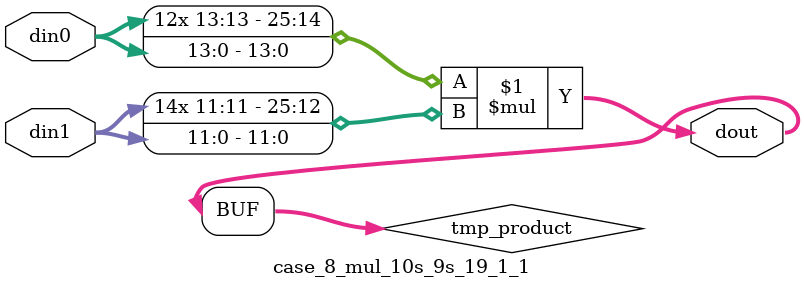
<source format=v>

`timescale 1 ns / 1 ps

 (* use_dsp = "no" *)  module case_8_mul_10s_9s_19_1_1(din0, din1, dout);
parameter ID = 1;
parameter NUM_STAGE = 0;
parameter din0_WIDTH = 14;
parameter din1_WIDTH = 12;
parameter dout_WIDTH = 26;

input [din0_WIDTH - 1 : 0] din0; 
input [din1_WIDTH - 1 : 0] din1; 
output [dout_WIDTH - 1 : 0] dout;

wire signed [dout_WIDTH - 1 : 0] tmp_product;



























assign tmp_product = $signed(din0) * $signed(din1);








assign dout = tmp_product;





















endmodule

</source>
